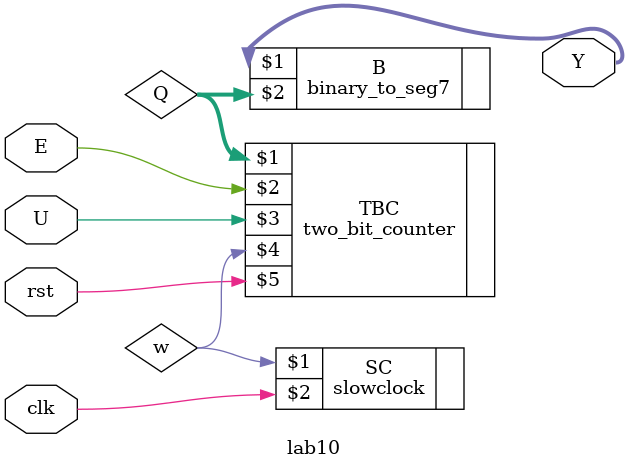
<source format=v>
module lab10(output [6:0]Y, input E, U, clk, rst);

wire w;
wire [1:0]Q;

slowclock SC(w, clk);
two_bit_counter TBC(Q, E, U, w, rst);
binary_to_seg7 B(Y, Q);

endmodule

</source>
